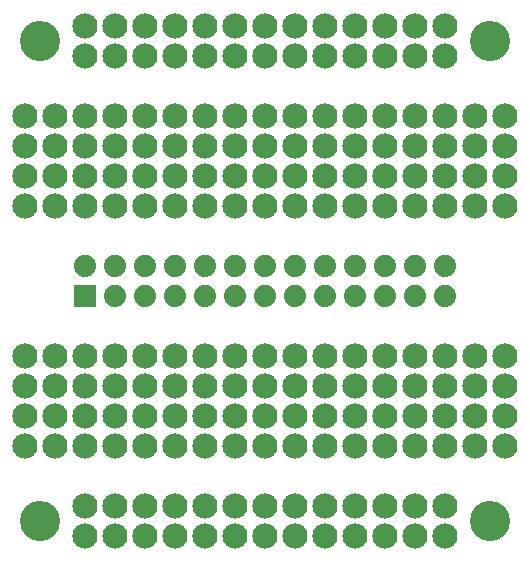
<source format=gbr>
G04 EAGLE Gerber RS-274X export*
G75*
%MOMM*%
%FSLAX34Y34*%
%LPD*%
%INSoldermask Top*%
%IPPOS*%
%AMOC8*
5,1,8,0,0,1.08239X$1,22.5*%
G01*
%ADD10C,3.403200*%
%ADD11R,1.879600X1.879600*%
%ADD12C,1.879600*%
%ADD13C,2.133600*%


D10*
X-190500Y203200D03*
X-190500Y-203200D03*
X190500Y203200D03*
X190500Y-203200D03*
D11*
X-152400Y-12700D03*
D12*
X-152400Y12700D03*
X-127000Y-12700D03*
X-127000Y12700D03*
X-101600Y-12700D03*
X-101600Y12700D03*
X-76200Y-12700D03*
X-76200Y12700D03*
X-50800Y-12700D03*
X-50800Y12700D03*
X-25400Y-12700D03*
X-25400Y12700D03*
X0Y-12700D03*
X0Y12700D03*
X25400Y-12700D03*
X25400Y12700D03*
X50800Y-12700D03*
X50800Y12700D03*
X76200Y-12700D03*
X76200Y12700D03*
X101600Y-12700D03*
X101600Y12700D03*
X127000Y-12700D03*
X127000Y12700D03*
X152400Y-12700D03*
X152400Y12700D03*
D13*
X177800Y-139700D03*
X177800Y-114300D03*
X177800Y-88900D03*
X177800Y-63500D03*
X203200Y-139700D03*
X203200Y-114300D03*
X203200Y-88900D03*
X203200Y-63500D03*
X-203200Y-139700D03*
X-203200Y-114300D03*
X-203200Y-88900D03*
X-203200Y-63500D03*
X-177800Y-139700D03*
X-177800Y-114300D03*
X-177800Y-88900D03*
X-177800Y-63500D03*
X-152400Y-190500D03*
X-127000Y-190500D03*
X-101600Y-190500D03*
X-76200Y-190500D03*
X-50800Y-190500D03*
X-25400Y-190500D03*
X0Y-190500D03*
X25400Y-190500D03*
X50800Y-190500D03*
X76200Y-190500D03*
X101600Y-190500D03*
X127000Y-190500D03*
X152400Y-190500D03*
X-152400Y-215900D03*
X-127000Y-215900D03*
X-101600Y-215900D03*
X-76200Y-215900D03*
X-50800Y-215900D03*
X-25400Y-215900D03*
X0Y-215900D03*
X25400Y-215900D03*
X50800Y-215900D03*
X76200Y-215900D03*
X101600Y-215900D03*
X127000Y-215900D03*
X152400Y-215900D03*
X-177800Y139700D03*
X-177800Y114300D03*
X-177800Y88900D03*
X-177800Y63500D03*
X-203200Y139700D03*
X-203200Y114300D03*
X-203200Y88900D03*
X-203200Y63500D03*
X203200Y139700D03*
X203200Y114300D03*
X203200Y88900D03*
X203200Y63500D03*
X177800Y139700D03*
X177800Y114300D03*
X177800Y88900D03*
X177800Y63500D03*
X152400Y190500D03*
X127000Y190500D03*
X101600Y190500D03*
X76200Y190500D03*
X50800Y190500D03*
X0Y190500D03*
X25400Y190500D03*
X-25400Y190500D03*
X-50800Y190500D03*
X-76200Y190500D03*
X-101600Y190500D03*
X-127000Y190500D03*
X-152400Y190500D03*
X152400Y215900D03*
X127000Y215900D03*
X101600Y215900D03*
X76200Y215900D03*
X50800Y215900D03*
X0Y215900D03*
X25400Y215900D03*
X-25400Y215900D03*
X-50800Y215900D03*
X-76200Y215900D03*
X-101600Y215900D03*
X-127000Y215900D03*
X-152400Y215900D03*
X-152400Y139700D03*
X-152400Y114300D03*
X-152400Y88900D03*
X-152400Y63500D03*
X-127000Y139700D03*
X-127000Y114300D03*
X-127000Y88900D03*
X-127000Y63500D03*
X-101600Y139700D03*
X-101600Y114300D03*
X-101600Y88900D03*
X-101600Y63500D03*
X-76200Y139700D03*
X-76200Y114300D03*
X-76200Y88900D03*
X-76200Y63500D03*
X-50800Y139700D03*
X-50800Y114300D03*
X-50800Y88900D03*
X-50800Y63500D03*
X-25400Y139700D03*
X-25400Y114300D03*
X-25400Y88900D03*
X-25400Y63500D03*
X0Y139700D03*
X0Y114300D03*
X0Y88900D03*
X0Y63500D03*
X50800Y139700D03*
X50800Y114300D03*
X50800Y88900D03*
X50800Y63500D03*
X25400Y139700D03*
X25400Y114300D03*
X25400Y88900D03*
X25400Y63500D03*
X76200Y139700D03*
X76200Y114300D03*
X76200Y88900D03*
X76200Y63500D03*
X101600Y139700D03*
X101600Y114300D03*
X101600Y88900D03*
X101600Y63500D03*
X127000Y139700D03*
X127000Y114300D03*
X127000Y88900D03*
X127000Y63500D03*
X152400Y139700D03*
X152400Y114300D03*
X152400Y88900D03*
X152400Y63500D03*
X-152400Y-139700D03*
X-152400Y-114300D03*
X-152400Y-88900D03*
X-152400Y-63500D03*
X-127000Y-139700D03*
X-127000Y-114300D03*
X-127000Y-88900D03*
X-127000Y-63500D03*
X-101600Y-139700D03*
X-101600Y-114300D03*
X-101600Y-88900D03*
X-101600Y-63500D03*
X-76200Y-139700D03*
X-76200Y-114300D03*
X-76200Y-88900D03*
X-76200Y-63500D03*
X-50800Y-139700D03*
X-50800Y-114300D03*
X-50800Y-88900D03*
X-50800Y-63500D03*
X-25400Y-139700D03*
X-25400Y-114300D03*
X-25400Y-88900D03*
X-25400Y-63500D03*
X0Y-139700D03*
X0Y-114300D03*
X0Y-88900D03*
X0Y-63500D03*
X25400Y-139700D03*
X25400Y-114300D03*
X25400Y-88900D03*
X25400Y-63500D03*
X50800Y-139700D03*
X50800Y-114300D03*
X50800Y-88900D03*
X50800Y-63500D03*
X76200Y-139700D03*
X76200Y-114300D03*
X76200Y-88900D03*
X76200Y-63500D03*
X101600Y-139700D03*
X101600Y-114300D03*
X101600Y-88900D03*
X101600Y-63500D03*
X127000Y-139700D03*
X127000Y-114300D03*
X127000Y-88900D03*
X127000Y-63500D03*
X152400Y-139700D03*
X152400Y-114300D03*
X152400Y-88900D03*
X152400Y-63500D03*
M02*

</source>
